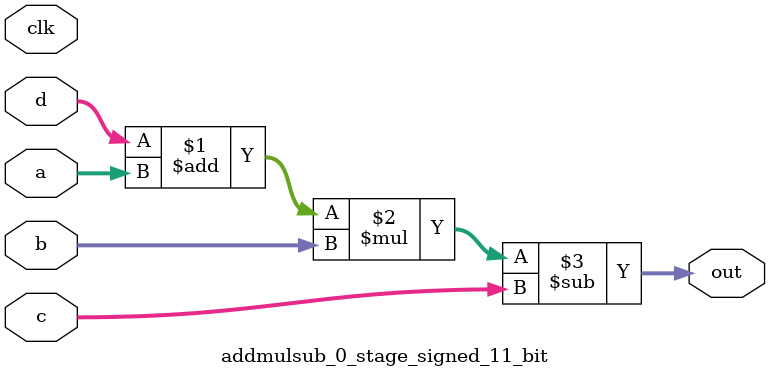
<source format=sv>
(* use_dsp = "yes" *) module addmulsub_0_stage_signed_11_bit(
	input signed [10:0] a,
	input signed [10:0] b,
	input signed [10:0] c,
	input signed [10:0] d,
	output [10:0] out,
	input clk);

	assign out = ((d + a) * b) - c;
endmodule

</source>
